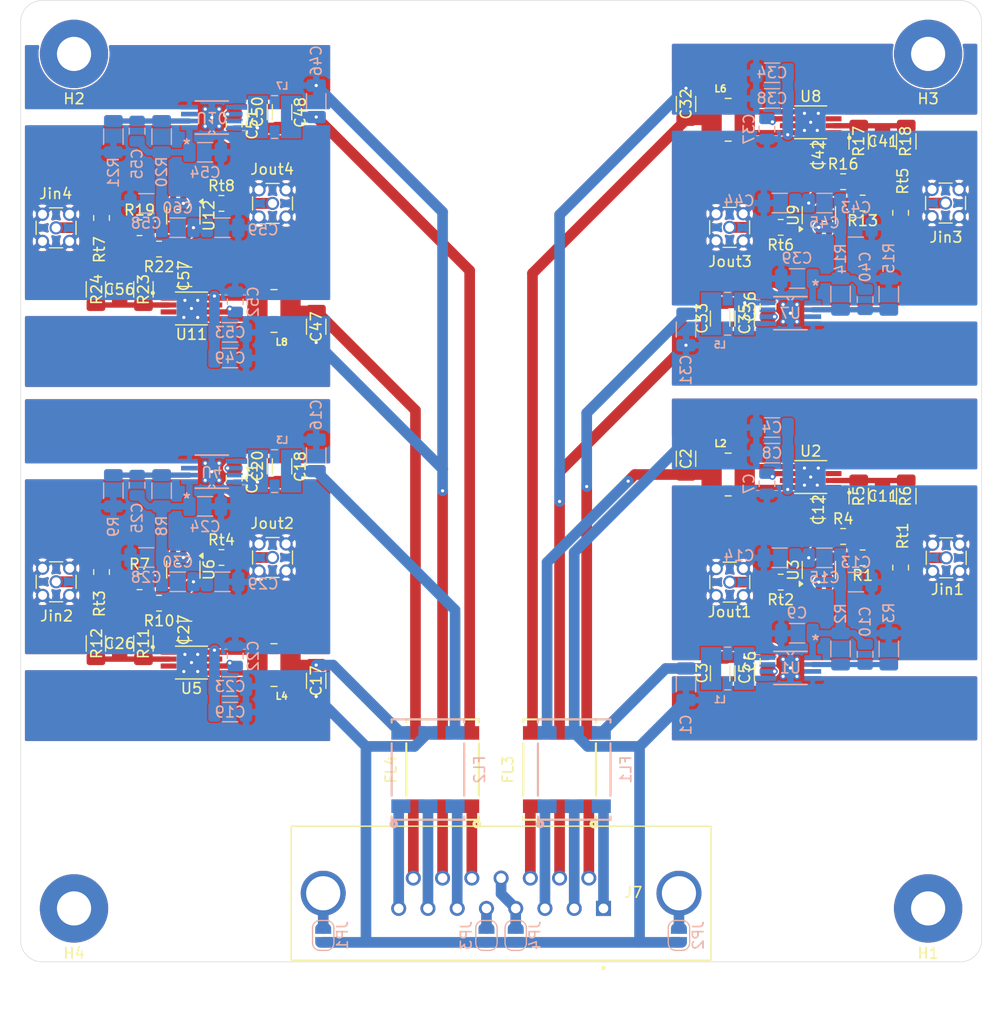
<source format=kicad_pcb>
(kicad_pcb (version 20241229) (generator "pcbnew") (generator_version "9.0")
  (layers (0 "F.Cu" signal) (2 "B.Cu" signal) (13 "F.Paste" user) (15 "B.Paste" user) (5 "F.SilkS" user "F.Silkscreen") (7 "B.SilkS" user "B.Silkscreen") (1 "F.Mask" user) (3 "B.Mask" user) (25 "Edge.Cuts" user))
  (net 0 "")
  (net 5 "GND")
  (net 6 "/-7A")
  (net 7 "/+7A")
  (net 8 "Net-(U1-EN)")
  (net 9 "Net-(U2-EN)")
  (net 10 "Net-(U1-NR{slash}SS)")
  (net 11 "Net-(U2-NR{slash}SS)")
  (net 12 "Net-(U1-OUT)")
  (net 13 "Net-(U1-FB)")
  (net 14 "Net-(U2-OUT)")
  (net 15 "Net-(U2-FB)")
  (net 16 "/-7B")
  (net 17 "/+7B")
  (net 18 "Net-(U4-EN)")
  (net 19 "Net-(U5-EN)")
  (net 20 "Net-(U4-NR{slash}SS)")
  (net 21 "Net-(U5-NR{slash}SS)")
  (net 22 "Net-(U4-OUT)")
  (net 23 "Net-(U4-FB)")
  (net 24 "Net-(U5-FB)")
  (net 25 "Net-(U5-OUT)")
  (net 26 "/-7C")
  (net 27 "/+7C")
  (net 28 "Net-(U7-EN)")
  (net 29 "Net-(U8-EN)")
  (net 30 "Net-(U7-NR{slash}SS)")
  (net 31 "Net-(U8-NR{slash}SS)")
  (net 32 "Net-(U7-OUT)")
  (net 33 "Net-(U7-FB)")
  (net 34 "Net-(U8-FB)")
  (net 35 "Net-(U8-OUT)")
  (net 36 "/-7D")
  (net 37 "/+7D")
  (net 38 "Net-(U10-EN)")
  (net 39 "Net-(U11-EN)")
  (net 40 "Net-(U10-NR{slash}SS)")
  (net 41 "Net-(U11-NR{slash}SS)")
  (net 42 "Net-(U10-OUT)")
  (net 43 "Net-(U10-FB)")
  (net 44 "Net-(U11-OUT)")
  (net 45 "Net-(U11-FB)")
  (net 46 "Net-(FL1-1)")
  (net 47 "Net-(FL1-5)")
  (net 48 "Net-(FL2-5)")
  (net 49 "Net-(FL2-1)")
  (net 50 "Net-(FL3-5)")
  (net 51 "Net-(FL3-1)")
  (net 52 "/offset module/preamp in")
  (net 53 "/offset module1/preamp in")
  (net 54 "/offset module2/preamp in")
  (net 55 "/offset module3/preamp in")
  (net 56 "/offset module/offset out")
  (net 57 "/offset module1/offset out")
  (net 58 "/offset module2/offset out")
  (net 59 "/offset module3/offset out")
  (net 60 "Net-(JP4-B)")
  (net 61 "Net-(JP3-B)")
  (net 62 "Net-(J7-SHIELD__1)")
  (net 63 "Net-(J7-SHIELD)")
  (net 64 "Net-(U3-IN)")
  (net 65 "Net-(U6-IN)")
  (net 66 "Net-(U9-IN)")
  (net 67 "Net-(U12-IN)")
  (net 88 "Net-(FL4-1)")
  (net 89 "Net-(FL4-5)")
  (net 90 "Net-(Rt2-Pad1)")
  (net 91 "Net-(Rt4-Pad1)")
  (net 92 "Net-(Rt6-Pad1)")
  (net 93 "Net-(Rt8-Pad1)")
  (net 94 "Net-(FL1-3)")
  (net 95 "Net-(FL2-3)")
  (net 96 "Net-(FL3-3)")
  (net 97 "Net-(FL4-3)")
  (footprint "Resistor_SMD:R_0805_2012Metric" (layer "F.Cu") (at 41.8105 72.145729)
    (property "Reference" "Rt4")
    (property "Value" "50")
  )
  (footprint "Resistor_SMD:R_0805_2012Metric" (layer "F.Cu") (at 105.42325 73.087499 -90)
    (property "Reference" "Rt1")
    (property "Value" "50")
  )
  (footprint "Resistor_SMD:R_0805_2012Metric" (layer "F.Cu") (at 105.42325 39.874997 -90)
    (property "Reference" "Rt5")
    (property "Value" "50")
  )
  (footprint "Capacitor_SMD:C_1206_3216Metric" (layer "F.Cu") (at 88.517 82.987502 90)
    (property "Reference" "C3")
    (property "Value" "low ESR 10u")
  )
  (footprint "Capacitor_SMD:C_1206_3216Metric" (layer "F.Cu") (at 90.817 49.774999 90)
    (property "Reference" "C35")
    (property "Value" "low ESR 2.2u")
  )
  (footprint "Library:IND_VLS4015CX-330M-H" (layer "F.Cu") (at 89.2705 64.377652)
    (property "Reference" "L2")
    (property "Value" "33u")
  )
  (footprint "Capacitor_SMD:C_0805_2012Metric" (layer "F.Cu") (at 103.725001 33.187498 90)
    (property "Reference" "C41")
    (property "Value" "10n")
  )
  (footprint "Connector_Coaxial:MMCX_Molex_73415-1471_Vertical" (layer "F.Cu") (at 26.323 74.420728 180)
    (property "Reference" "Jin2")
    (property "Value" "Conn_Coaxial")
  )
  (footprint "Resistor_SMD:R_1206_3216Metric" (layer "F.Cu") (at 105.95 66.4 -90)
    (property "Reference" "R6")
    (property "Value" "100k")
  )
  (footprint "Capacitor_SMD:C_0805_2012Metric" (layer "F.Cu") (at 103.725 66.4 90)
    (property "Reference" "C11")
    (property "Value" "10n")
  )
  (footprint "Resistor_SMD:R_1206_3216Metric" (layer "F.Cu") (at 30.05 80.195728 90)
    (property "Reference" "R12")
    (property "Value" "100k")
  )
  (footprint "Library:WE-SL3_744252XXX" (layer "F.Cu") (at 62.52 92 90)
    (property "Reference" "FL4")
    (property "Value" "Filter_EMI_LLL")
  )
  (footprint "Capacitor_SMD:C_0805_2012Metric" (layer "F.Cu") (at 32.275 80.195728 -90)
    (property "Reference" "C26")
    (property "Value" "10n")
  )
  (footprint "Connector_Coaxial:MMCX_Molex_73415-1471_Vertical" (layer "F.Cu") (at 26.3155 41.28207)
    (property "Reference" "Jin4")
    (property "Value" "Conn_Coaxial")
  )
  (footprint "Resistor_SMD:R_0805_2012Metric" (layer "F.Cu") (at 30.57675 40.357071 90)
    (property "Reference" "Rt7")
    (property "Value" "50")
  )
  (footprint "Library:AMPHENOL_LD15P24A4GV00LF" (layer "F.Cu") (at 68 103.58 180)
    (property "Reference" "J7")
    (property "Value" "LD15P24A4GV00LF")
  )
  (footprint "Library:IND_VLS4015CX-330M-H" (layer "F.Cu") (at 46.729499 49.066918 180)
    (property "Reference" "L8")
    (property "Value" "33u")
  )
  (footprint "Connector_Coaxial:MMCX_Molex_73415-1471_Vertical" (layer "F.Cu") (at 46.593 72.145728)
    (property "Reference" "Jout2")
    (property "Value" "Conn_Coaxial")
  )
  (footprint "Resistor_SMD:R_1206_3216Metric" (layer "F.Cu") (at 101.500001 33.187498 90)
    (property "Reference" "R17")
    (property "Value" "324k")
  )
  (footprint "Connector_Coaxial:MMCX_Molex_73415-1471_Vertical" (layer "F.Cu") (at 89.422 74.449999)
    (property "Reference" "Jout1")
    (property "Value" "Conn_Coaxial")
  )
  (footprint "Library:IND_VLS4015CX-330M-H" (layer "F.Cu") (at 89.270501 31.16515)
    (property "Reference" "L6")
    (property "Value" "33u")
  )
  (footprint "Capacitor_SMD:C_1206_3216Metric" (layer "F.Cu") (at 90.817 82.987502 90)
    (property "Reference" "C5")
    (property "Value" "low ESR 2.2u")
  )
  (footprint "Capacitor_SMD:C_1206_3216Metric" (layer "F.Cu") (at 47.483 30.457069 -90)
    (property "Reference" "C48")
    (property "Value" "low ESR 10u")
  )
  (footprint "Resistor_SMD:R_1206_3216Metric" (layer "F.Cu") (at 105.95 33.187498 -90)
    (property "Reference" "R18")
    (property "Value" "100k")
  )
  (footprint "Capacitor_SMD:C_1206_3216Metric" (layer "F.Cu") (at 38.325 79.018076 180)
    (property "Reference" "C27")
    (property "Value" "low ESR 2.2u")
  )
  (footprint "Capacitor_SMD:C_1206_3216Metric" (layer "F.Cu") (at 50.6795 50.541918 -90)
    (property "Reference" "C47")
    (property "Value" "200n")
  )
  (footprint "Connector_Coaxial:MMCX_Molex_73415-1471_Vertical" (layer "F.Cu") (at 89.407 41.237497 180)
    (property "Reference" "Jout3")
    (property "Value" "Conn_Coaxial")
  )
  (footprint "Capacitor_SMD:C_1206_3216Metric" (layer "F.Cu") (at 45.183 30.457069 -90)
    (property "Reference" "C50")
    (property "Value" "low ESR 2.2u")
  )
  (footprint "Resistor_SMD:R_0805_2012Metric" (layer "F.Cu") (at 100.0395 70.175)
    (property "Reference" "R4")
    (property "Value" "2k")
  )
  (footprint "Connector_Coaxial:MMCX_Molex_73415-1471_Vertical" (layer "F.Cu") (at 109.692 72.174999)
    (property "Reference" "Jin1")
    (property "Value" "Conn_Coaxial")
  )
  (footprint "Package_TO_SOT_SMD:SOT-23-5" (layer "F.Cu") (at 38.2355 40.132072 -90)
    (property "Reference" "U12")
    (property "Value" "BUF602xDBV")
  )
  (footprint "Resistor_SMD:R_1206_3216Metric" (layer "F.Cu") (at 34.499999 47.04457 -90)
    (property "Reference" "R23")
    (property "Value" "324k")
  )
  (footprint "Connector_Coaxial:MMCX_Molex_73415-1471_Vertical" (layer "F.Cu") (at 109.6345 38.962498 180)
    (property "Reference" "Jin3")
    (property "Value" "Conn_Coaxial")
  )
  (footprint "Resistor_SMD:R_0805_2012Metric" (layer "F.Cu") (at 101.8645 38.962498 180)
    (property "Reference" "R13")
    (property "Value" "1k")
  )
  (footprint "Capacitor_SMD:C_1206_3216Metric" (layer "F.Cu") (at 97.675001 34.36515)
    (property "Reference" "C42")
    (property "Value" "low ESR 2.2u")
  )
  (footprint "MountingHole:MountingHole_3.2mm_M3_Pad" (layer "F.Cu") (at 108 25 180)
    (property "Reference" "H3")
    (property "Value" "MountingHole_Pad")
  )
  (footprint "Capacitor_SMD:C_0805_2012Metric" (layer "F.Cu") (at 93.001001 81.862502 90)
    (property "Reference" "C6")
    (property "Value" "10n")
  )
  (footprint "Resistor_SMD:R_0805_2012Metric" (layer "F.Cu") (at 94.1895 74.449999 180)
    (property "Reference" "Rt2")
    (property "Value" "50")
  )
  (footprint "Resistor_SMD:R_0805_2012Metric" (layer "F.Cu") (at 35.9605 43.26957 180)
    (property "Reference" "R22")
    (property "Value" "2k")
  )
  (footprint "Resistor_SMD:R_0805_2012Metric" (layer "F.Cu") (at 30.57675 73.508229 90)
    (property "Reference" "Rt3")
    (property "Value" "50")
  )
  (footprint "Capacitor_SMD:C_0805_2012Metric" (layer "F.Cu") (at 93.001001 48.649999 90)
    (property "Reference" "C36")
    (property "Value" "10n")
  )
  (footprint "Capacitor_SMD:C_1206_3216Metric" (layer "F.Cu") (at 50.6795 83.693076 -90)
    (property "Reference" "C17")
    (property "Value" "200n")
  )
  (footprint "Capacitor_SMD:C_1206_3216Metric" (layer "F.Cu") (at 47.483 63.608226 -90)
    (property "Reference" "C18")
    (property "Value" "low ESR 10u")
  )
  (footprint "Library:IND_VLS4015CX-330M-H" (layer "F.Cu") (at 46.7295 82.218076 180)
    (property "Reference" "L4")
    (property "Value" "33u")
  )
  (footprint "Resistor_SMD:R_0805_2012Metric" (layer "F.Cu") (at 41.8105 38.994572)
    (property "Reference" "Rt8")
    (property "Value" "50")
  )
  (footprint "Capacitor_SMD:C_1206_3216Metric" (layer "F.Cu") (at 88.517 49.774999 90)
    (property "Reference" "C33")
    (property "Value" "low ESR 10u")
  )
  (footprint "Resistor_SMD:R_0805_2012Metric" (layer "F.Cu") (at 100.0395 36.962498)
    (property "Reference" "R16")
    (property "Value" "2k")
  )
  (footprint "Resistor_SMD:R_0805_2012Metric" (layer "F.Cu") (at 35.9605 76.420728 180)
    (property "Reference" "R10")
    (property "Value" "2k")
  )
  (footprint "Resistor_SMD:R_1206_3216Metric" (layer "F.Cu") (at 30.05 47.04457 90)
    (property "Reference" "R24")
    (property "Value" "100k")
  )
  (footprint "Library:SOP65P490X110-9N" (layer "F.Cu") (at 97 64.612501 180)
    (property "Reference" "U2")
    (property "Value" "plus TPS7A4901DGNT")
  )
  (footprint "Capacitor_SMD:C_1206_3216Metric" (layer "F.Cu") (at 38.324999 45.866918 180)
    (property "Reference" "C57")
    (property "Value" "low ESR 2.2u")
  )
  (footprint "Capacitor_SMD:C_0805_2012Metric" (layer "F.Cu") (at 32.274999 47.04457 -90)
    (property "Reference" "C56")
    (property "Value" "10n")
  )
  (footprint "Library:SOP65P490X110-9N" (layer "F.Cu") (at 97.000001 31.399999 180)
    (property "Reference" "U8")
    (property "Value" "plus TPS7A4901DGNT")
  )
  (footprint "Resistor_SMD:R_1206_3216Metric" (layer "F.Cu") (at 101.5 66.4 90)
    (property "Reference" "R5")
    (property "Value" "324k")
  )
  (footprint "Library:SOP65P490X110-9N" (layer "F.Cu") (at 38.999999 48.832069)
    (property "Reference" "U11")
    (property "Value" "plus TPS7A4901DGNT")
  )
  (footprint "Capacitor_SMD:C_0805_2012Metric" (layer "F.Cu") (at 42.998999 64.733226 -90)
    (property "Reference" "C21")
    (property "Value" "10n")
  )
  (footprint "Library:WE-SL3_744252XXX" (layer "F.Cu") (at 73.48 92 90)
    (property "Reference" "FL3")
    (property "Value" "Filter_EMI_LLL")
  )
  (footprint "Package_TO_SOT_SMD:SOT-23-5" (layer "F.Cu") (at 38.2355 73.283229 -90)
    (property "Reference" "U6")
    (property "Value" "BUF602xDBV")
  )
  (footprint "Capacitor_SMD:C_1206_3216Metric" (layer "F.Cu") (at 85.3205 29.69015 90)
    (property "Reference" "C32")
    (property "Value" "200n")
  )
  (footprint "MountingHole:MountingHole_3.2mm_M3_Pad" (layer "F.Cu") (at 108 105 180)
    (property "Reference" "H1")
    (property "Value" "MountingHole_Pad")
  )
  (footprint "Resistor_SMD:R_0805_2012Metric" (layer "F.Cu") (at 94.1895 41.237496 180)
    (property "Reference" "Rt6")
    (property "Value" "50")
  )
  (footprint "Resistor_SMD:R_0805_2012Metric" (layer "F.Cu") (at 34.1355 74.420728)
    (property "Reference" "R7")
    (property "Value" "1k")
  )
  (footprint "Package_TO_SOT_SMD:SOT-23-5" (layer "F.Cu") (at 97.7645 73.312499 90)
    (property "Reference" "U3")
    (property "Value" "BUF602xDBV")
  )
  (footprint "MountingHole:MountingHole_3.2mm_M3_Pad" (layer "F.Cu") (at 28 25 180)
    (property "Reference" "H2")
    (property "Value" "MountingHole_Pad")
  )
  (footprint "Capacitor_SMD:C_1206_3216Metric" (layer "F.Cu") (at 45.183 63.608226 -90)
    (property "Reference" "C20")
    (property "Value" "low ESR 2.2u")
  )
  (footprint "Capacitor_SMD:C_0805_2012Metric" (layer "F.Cu") (at 42.998999 31.582069 -90)
    (property "Reference" "C51")
    (property "Value" "10n")
  )
  (footprint "Package_TO_SOT_SMD:SOT-23-5" (layer "F.Cu") (at 97.7645 40.099996 90)
    (property "Reference" "U9")
    (property "Value" "BUF602xDBV")
  )
  (footprint "Capacitor_SMD:C_1206_3216Metric" (layer "F.Cu") (at 97.675 67.577652)
    (property "Reference" "C12")
    (property "Value" "low ESR 2.2u")
  )
  (footprint "Resistor_SMD:R_1206_3216Metric" (layer "F.Cu") (at 34.5 80.195728 -90)
    (property "Reference" "R11")
    (property "Value" "324k")
  )
  (footprint "Capacitor_SMD:C_1206_3216Metric" (layer "F.Cu") (at 85.3205 62.902652 90)
    (property "Reference" "C2")
    (property "Value" "200n")
  )
  (footprint "Resistor_SMD:R_0805_2012Metric" (layer "F.Cu") (at 34.1355 41.26957)
    (property "Reference" "R19")
    (property "Value" "1k")
  )
  (footprint "Connector_Coaxial:MMCX_Molex_73415-1471_Vertical" (layer "F.Cu") (at 46.593 38.994571)
    (property "Reference" "Jout4")
    (property "Value" "Conn_Coaxial")
  )
  (footprint "MountingHole:MountingHole_3.2mm_M3_Pad" (layer "F.Cu") (at 28 105 180)
    (property "Reference" "H4")
    (property "Value" "MountingHole_Pad")
  )
  (footprint "Resistor_SMD:R_0805_2012Metric" (layer "F.Cu") (at 101.8645 72.175 180)
    (property "Reference" "R1")
    (property "Value" "1k")
  )
  (footprint "Library:SOP65P490X110-9N" (layer "F.Cu") (at 39 81.983227)
    (property "Reference" "U5")
    (property "Value" "plus TPS7A4901DGNT")
  )
  (footprint "Jumper:SolderJumper-2_P1.3mm_Open_RoundedPad1.0x1.5mm" (layer "B.Cu") (at 51.34 107.53 90)
    (property "Reference" "JP1")
    (property "Value" "SolderJumper_2_Open")
  )
  (footprint "Resistor_SMD:R_1206_3216Metric" (layer "B.Cu") (at 31.683 65.895728 -90)
    (property "Reference" "R9")
    (property "Value" "100k")
  )
  (footprint "Library:IND_VLS4015CX-330M-H" (layer "B.Cu") (at 89.217 49.324998)
    (property "Reference" "L5")
    (property "Value" "33u")
  )
  (footprint "Capacitor_SMD:C_1206_3216Metric" (layer "B.Cu") (at 50.683 62.583227 90)
    (property "Reference" "C16")
    (property "Value" "200n")
  )
  (footprint "Capacitor_SMD:C_1206_3216Metric" (layer "B.Cu") (at 41.9105 74.420728 180)
    (property "Reference" "C29")
    (property "Value" "0.1u")
  )
  (footprint "Capacitor_SMD:C_1206_3216Metric" (layer "B.Cu") (at 37.7105 41.26957 180)
    (property "Reference" "C60")
    (property "Value" "0.01u")
  )
  (footprint "Capacitor_SMD:C_1206_3216Metric" (layer "B.Cu") (at 98.2895 38.962498)
    (property "Reference" "C45")
    (property "Value" "0.01u")
  )
  (footprint "Capacitor_SMD:C_1206_3216Metric" (layer "B.Cu") (at 101.2395 41.237497 180)
    (property "Reference" "C43")
    (property "Value" "0.1u")
  )
  (footprint "Capacitor_SMD:C_0805_2012Metric" (layer "B.Cu") (at 43.1 81.358228 90)
    (property "Reference" "C22")
    (property "Value" "10n")
  )
  (footprint "Library:WE-SL3_744252XXX" (layer "B.Cu") (at 61.15 92 90)
    (property "Reference" "FL2")
    (property "Value" "Filter_EMI_LLL")
  )
  (footprint "Library:WE-SL3_744252XXX" (layer "B.Cu") (at 74.85 92 90)
    (property "Reference" "FL1")
    (property "Value" "Filter_EMI_LLL")
  )
  (footprint "Capacitor_SMD:C_1206_3216Metric" (layer "B.Cu") (at 40.283 67.358228 180)
    (property "Reference" "C24")
    (property "Value" "low ESR 2.2u")
  )
  (footprint "Capacitor_SMD:C_1206_3216Metric" (layer "B.Cu") (at 101.2395 74.45 180)
    (property "Reference" "C13")
    (property "Value" "0.1u")
  )
  (footprint "Capacitor_SMD:C_1206_3216Metric" (layer "B.Cu") (at 98.2895 72.175)
    (property "Reference" "C15")
    (property "Value" "0.01u")
  )
  (footprint "Resistor_SMD:R_1206_3216Metric" (layer "B.Cu") (at 36.2035 65.895728 90)
    (property "Reference" "R8")
    (property "Value" "324k")
  )
  (footprint "Capacitor_SMD:C_1206_3216Metric" (layer "B.Cu") (at 95.717 46.024997)
    (property "Reference" "C39")
    (property "Value" "low ESR 2.2u")
  )
  (footprint "Capacitor_SMD:C_1206_3216Metric" (layer "B.Cu") (at 93.375001 29.16515)
    (property "Reference" "C38")
    (property "Value" "low ESR 2.2u")
  )
  (footprint "Capacitor_SMD:C_1206_3216Metric" (layer "B.Cu") (at 37.7105 74.420728 180)
    (property "Reference" "C30")
    (property "Value" "0.01u")
  )
  (footprint "Library:DGN8_1P89X1P57" (layer "B.Cu") (at 95.0965 82.487501 180)
    (property "Reference" "U1")
    (property "Value" "minus TPS7A3001MDGNTEP")
  )
  (footprint "Capacitor_SMD:C_1206_3216Metric" (layer "B.Cu") (at 42.624999 51.066918 180)
    (property "Reference" "C53")
    (property "Value" "low ESR 2.2u")
  )
  (footprint "Resistor_SMD:R_1206_3216Metric" (layer "B.Cu") (at 99.7965 47.487497 -90)
    (property "Reference" "R14")
    (property "Value" "324k")
  )
  (footprint "Capacitor_SMD:C_1206_3216Metric" (layer "B.Cu") (at 93.375 62.377652)
    (property "Reference" "C8")
    (property "Value" "low ESR 2.2u")
  )
  (footprint "Library:DGN8_1P89X1P57" (layer "B.Cu") (at 40.9035 30.95707)
    (property "Reference" "U10")
    (property "Value" "minus TPS7A3001MDGNTEP")
  )
  (footprint "Capacitor_SMD:C_0805_2012Metric" (layer "B.Cu") (at 102.0965 81.2125 -90)
    (property "Reference" "C10")
    (property "Value" "10n")
  )
  (footprint "Capacitor_SMD:C_0805_2012Metric" (layer "B.Cu") (at 92.9 65.2375 -90)
    (property "Reference" "C7")
    (property "Value" "10n")
  )
  (footprint "Capacitor_SMD:C_1206_3216Metric" (layer "B.Cu") (at 93.375001 26.76515)
    (property "Reference" "C34")
    (property "Value" "low ESR 10u")
  )
  (footprint "Library:IND_VLS4015CX-330M-H" (layer "B.Cu") (at 89.217 82.537501)
    (property "Reference" "L1")
    (property "Value" "33u")
  )
  (footprint "Library:DGN8_1P89X1P57" (layer "B.Cu") (at 40.9035 64.108227)
    (property "Reference" "U4")
    (property "Value" "minus TPS7A3001MDGNTEP")
  )
  (footprint "Capacitor_SMD:C_1206_3216Metric" (layer "B.Cu") (at 40.283 34.207071 180)
    (property "Reference" "C54")
    (property "Value" "low ESR 2.2u")
  )
  (footprint "Capacitor_SMD:C_1206_3216Metric" (layer "B.Cu") (at 42.624999 53.466918 180)
    (property "Reference" "C49")
    (property "Value" "low ESR 10u")
  )
  (footprint "Resistor_SMD:R_1206_3216Metric" (layer "B.Cu") (at 99.7965 80.7 -90)
    (property "Reference" "R2")
    (property "Value" "324k")
  )
  (footprint "Library:IND_VLS4015CX-330M-H" (layer "B.Cu") (at 46.783 30.90707 180)
    (property "Reference" "L7")
    (property "Value" "33u")
  )
  (footprint "Capacitor_SMD:C_1206_3216Metric" (layer "B.Cu") (at 34.7605 38.994571)
    (property "Reference" "C58")
    (property "Value" "0.1u")
  )
  (footprint "Capacitor_SMD:C_1206_3216Metric" (layer "B.Cu") (at 93.375 59.977652)
    (property "Reference" "C4")
    (property "Value" "low ESR 10u")
  )
  (footprint "Jumper:SolderJumper-2_P1.3mm_Open_RoundedPad1.0x1.5mm" (layer "B.Cu") (at 69.37 107.53 90)
    (property "Reference" "JP4")
    (property "Value" "SolderJumper_2_Open")
  )
  (footprint "Capacitor_SMD:C_0805_2012Metric" (layer "B.Cu") (at 33.9035 65.383228 90)
    (property "Reference" "C25")
    (property "Value" "10n")
  )
  (footprint "Capacitor_SMD:C_1206_3216Metric" (layer "B.Cu") (at 50.683 29.43207 90)
    (property "Reference" "C46")
    (property "Value" "200n")
  )
  (footprint "Capacitor_SMD:C_1206_3216Metric" (layer "B.Cu") (at 94.0895 72.175)
    (property "Reference" "C14")
    (property "Value" "0.1u")
  )
  (footprint "Resistor_SMD:R_1206_3216Metric" (layer "B.Cu") (at 104.317 47.487498 90)
    (property "Reference" "R15")
    (property "Value" "100k")
  )
  (footprint "Capacitor_SMD:C_1206_3216Metric" (layer "B.Cu") (at 85.317 84.012501 -90)
    (property "Reference" "C1")
    (property "Value" "200n")
  )
  (footprint "Capacitor_SMD:C_0805_2012Metric" (layer "B.Cu") (at 102.0965 47.999998 -90)
    (property "Reference" "C40")
    (property "Value" "10n")
  )
  (footprint "Capacitor_SMD:C_1206_3216Metric" (layer "B.Cu") (at 94.0895 38.962498)
    (property "Reference" "C44")
    (property "Value" "0.1u")
  )
  (footprint "Library:IND_VLS4015CX-330M-H" (layer "B.Cu") (at 46.783 64.058227 180)
    (property "Reference" "L3")
    (property "Value" "33u")
  )
  (footprint "Capacitor_SMD:C_0805_2012Metric" (layer "B.Cu") (at 43.099999 48.20707 90)
    (property "Reference" "C52")
    (property "Value" "10n")
  )
  (footprint "Capacitor_SMD:C_0805_2012Metric" (layer "B.Cu") (at 33.9035 32.23207 90)
    (property "Reference" "C55")
    (property "Value" "10n")
  )
  (footprint "Capacitor_SMD:C_1206_3216Metric" (layer "B.Cu") (at 42.625 86.618076 180)
    (property "Reference" "C19")
    (property "Value" "low ESR 10u")
  )
  (footprint "Resistor_SMD:R_1206_3216Metric" (layer "B.Cu") (at 36.2035 32.744571 90)
    (property "Reference" "R20")
    (property "Value" "324k")
  )
  (footprint "Capacitor_SMD:C_1206_3216Metric" (layer "B.Cu") (at 85.317 50.799998 -90)
    (property "Reference" "C31")
    (property "Value" "200n")
  )
  (footprint "Resistor_SMD:R_1206_3216Metric" (layer "B.Cu") (at 104.317 80.7 90)
    (property "Reference" "R3")
    (property "Value" "100k")
  )
  (footprint "Library:DGN8_1P89X1P57" (layer "B.Cu") (at 95.0965 49.274998 180)
    (property "Reference" "U7")
    (property "Value" "minus TPS7A3001MDGNTEP")
  )
  (footprint "Capacitor_SMD:C_1206_3216Metric" (layer "B.Cu") (at 42.625 84.218076 180)
    (property "Reference" "C23")
    (property "Value" "low ESR 2.2u")
  )
  (footprint "Capacitor_SMD:C_0805_2012Metric" (layer "B.Cu") (at 92.900001 32.024998 -90)
    (property "Reference" "C37")
    (property "Value" "10n")
  )
  (footprint "Capacitor_SMD:C_1206_3216Metric" (layer "B.Cu") (at 41.9105 41.26957 180)
    (property "Reference" "C59")
    (property "Value" "0.1u")
  )
  (footprint "Capacitor_SMD:C_1206_3216Metric" (layer "B.Cu") (at 95.717 79.2375)
    (property "Reference" "C9")
    (property "Value" "low ESR 2.2u")
  )
  (footprint "Resistor_SMD:R_1206_3216Metric" (layer "B.Cu") (at 31.683 32.74457 -90)
    (property "Reference" "R21")
    (property "Value" "100k")
  )
  (footprint "Jumper:SolderJumper-2_P1.3mm_Open_RoundedPad1.0x1.5mm" (layer "B.Cu") (at 84.66 107.53 90)
    (property "Reference" "JP2")
    (property "Value" "SolderJumper_2_Open")
  )
  (footprint "Capacitor_SMD:C_1206_3216Metric" (layer "B.Cu") (at 34.7605 72.145728)
    (property "Reference" "C28")
    (property "Value" "0.1u")
  )
  (footprint "Jumper:SolderJumper-2_P1.3mm_Open_RoundedPad1.0x1.5mm" (layer "B.Cu") (at 66.63 107.53 90)
    (property "Reference" "JP3")
    (property "Value" "SolderJumper_2_Open")
  )
  (gr_line (start 25 20) (end 111 20) (stroke (width 0.05)) (layer "Edge.Cuts"))
  (gr_arc (start 111 20) (mid 112.414214 20.585786) (end 113 22) (stroke (width 0.05)) (layer "Edge.Cuts"))
  (gr_arc (start 113 108) (mid 112.414214 109.414214) (end 111 110) (stroke (width 0.05)) (layer "Edge.Cuts"))
  (gr_line (start 23 108) (end 23 22) (stroke (width 0.05)) (layer "Edge.Cuts"))
  (gr_line (start 111 110) (end 25 110) (stroke (width 0.05)) (layer "Edge.Cuts"))
  (gr_arc (start 23 22) (mid 23.585786 20.585786) (end 25 20) (stroke (width 0.05)) (layer "Edge.Cuts"))
  (gr_arc (start 25 110) (mid 23.585786 109.414214) (end 23 108) (stroke (width 0.05)) (layer "Edge.Cuts"))
  (gr_line (start 113 22) (end 113 108) (stroke (width 0.05)) (layer "Edge.Cuts"))
  (segment (start 73.48 88.57) (end 73.48 66.9) (width 1) (layer "F.Cu") (net 5))
  (segment (start 73.48 66.9) (end 73.48 64.111998) (width 1) (layer "F.Cu") (net 5))
  (segment (start 62.52 88.57) (end 62.52 65.9) (width 1) (layer "F.Cu") (net 5))
  (segment (start 73.48 64.111998) (end 85.317 52.274998) (width 1) (layer "F.Cu") (net 5))
  (via (at 95.7145 81.675) (size 0.6) (drill 0.3) (layers "F.Cu" "B.Cu") (net 5))
  (via (at 39.5855 82.820728) (size 0.6) (drill 0.3) (layers "F.Cu" "B.Cu") (net 5))
  (via (at 95.0965 82.487501) (size 0.6) (drill 0.3) (layers "F.Cu" "B.Cu") (net 5))
  (via (at 38.3855 81.220728) (size 0.6) (drill 0.3) (layers "F.Cu" "B.Cu") (net 5))
  (via (at 41.5855 31.76957) (size 0.6) (drill 0.3) (layers "F.Cu" "B.Cu") (net 5))
  (via (at 40.2855 31.76957) (size 0.6) (drill 0.3) (layers "F.Cu" "B.Cu") (net 5))
  (via (at 40.9035 30.957069) (size 0.6) (drill 0.3) (layers "F.Cu" "B.Cu") (net 5))
  (via (at 38.3855 48.06957) (size 0.6) (drill 0.3) (layers "F.Cu" "B.Cu") (net 5))
  (via (at 95.7145 83.275) (size 0.6) (drill 0.3) (layers "F.Cu" "B.Cu") (net 5))
  (via (at 95.0965 49.274999) (size 0.6) (drill 0.3) (layers "F.Cu" "B.Cu") (net 5))
  (via (at 94.4145 50.062498) (size 0.6) (drill 0.3) (layers "F.Cu" "B.Cu") (net 5))
  (via (at 97 64.612501) (size 0.6) (drill 0.3) (layers "F.Cu" "B.Cu") (net 5))
  (via (at 96.4145 65.375) (size 0.6) (drill 0.3) (layers "F.Cu" "B.Cu") (net 5))
  (via (at 96.4145 63.775) (size 0.6) (drill 0.3) (layers "F.Cu" "B.Cu") (net 5))
  (via (at 94.4145 48.462498) (size 0.6) (drill 0.3) (layers "F.Cu" "B.Cu") (net 5))
  (via (at 85.317 52.274998) (size 0.6) (drill 0.3) (layers "F.Cu" "B.Cu") (net 5))
  (via (at 40.2855 64.920728) (size 0.6) (drill 0.3) (layers "F.Cu" "B.Cu") (net 5))
  (via (at 39.5855 81.220728) (size 0.6) (drill 0.3) (layers "F.Cu" "B.Cu") (net 5))
  (via (at 39.5855 49.66957) (size 0.6) (drill 0.3) (layers "F.Cu" "B.Cu") (net 5))
  (via (at 94.4145 81.675) (size 0.6) (drill 0.3) (layers "F.Cu" "B.Cu") (net 5))
  (via (at 50.6795 52.016918) (size 0.6) (drill 0.3) (layers "F.Cu" "B.Cu") (net 5))
  (via (at 96.4145 32.162498) (size 0.6) (drill 0.3) (layers "F.Cu" "B.Cu") (net 5))
  (via (at 41.5855 64.920728) (size 0.6) (drill 0.3) (layers "F.Cu" "B.Cu") (net 5))
  (via (at 94.4145 83.275) (size 0.6) (drill 0.3) (layers "F.Cu" "B.Cu") (net 5))
  (via (at 38.2855 49.66957) (size 0.6) (drill 0.3) (layers "F.Cu" "B.Cu") (net 5))
  (via (at 39.5855 48.06957) (size 0.6) (drill 0.3) (layers "F.Cu" "B.Cu") (net 5))
  (via (at 40.2855 63.320728) (size 0.6) (drill 0.3) (layers "F.Cu" "B.Cu") (net 5))
  (via (at 97.6145 32.162498) (size 0.6) (drill 0.3) (layers "F.Cu" "B.Cu") (net 5))
  (via (at 40.2855 30.16957) (size 0.6) (drill 0.3) (layers "F.Cu" "B.Cu") (net 5))
  (via (at 73.48 66.9) (size 0.6) (drill 0.3) (layers "F.Cu" "B.Cu") (net 5))
  (via (at 41.5855 30.16957) (size 0.6) (drill 0.3) (layers "F.Cu" "B.Cu") (net 5))
  (via (at 97.7145 30.562498) (size 0.6) (drill 0.3) (layers "F.Cu" "B.Cu") (net 5))
  (via (at 62.52 65.9) (size 0.6) (drill 0.3) (layers "F.Cu" "B.Cu") (net 5))
  (via (at 96.4145 30.562498) (size 0.6) (drill 0.3) (layers "F.Cu" "B.Cu") (net 5))
  (via (at 97 31.399999) (size 0.6) (drill 0.3) (layers "F.Cu" "B.Cu") (net 5))
  (via (at 39 81.983227) (size 0.6) (drill 0.3) (layers "F.Cu" "B.Cu") (net 5))
  (via (at 95.7145 48.462498) (size 0.6) (drill 0.3) (layers "F.Cu" "B.Cu") (net 5))
  (via (at 40.9035 64.108227) (size 0.6) (drill 0.3) (layers "F.Cu" "B.Cu") (net 5))
  (via (at 50.683 27.95707) (size 0.6) (drill 0.3) (layers "F.Cu" "B.Cu") (net 5))
  (via (at 97.7145 63.775) (size 0.6) (drill 0.3) (layers "F.Cu" "B.Cu") (net 5))
  (via (at 50.6795 85.168076) (size 0.6) (drill 0.3) (layers "F.Cu" "B.Cu") (net 5))
  (via (at 41.5855 63.320728) (size 0.6) (drill 0.3) (layers "F.Cu" "B.Cu") (net 5))
  (via (at 97.6145 65.375) (size 0.6) (drill 0.3) (layers "F.Cu" "B.Cu") (net 5))
  (via (at 39 48.832069) (size 0.6) (drill 0.3) (layers "F.Cu" "B.Cu") (net 5))
  (via (at 95.7145 50.062498) (size 0.6) (drill 0.3) (layers "F.Cu" "B.Cu") (net 5))
  (via (at 85.3205 28.21515) (size 0.6) (drill 0.3) (layers "F.Cu" "B.Cu") (net 5))
  (via (at 38.2855 82.820728) (size 0.6) (drill 0.3) (layers "F.Cu" "B.Cu") (net 5))
  (segment (start 85.317 85.487501) (end 80.971501 89.833) (width 1) (layer "B.Cu") (net 5))
  (segment (start 55.344424 108.135576) (end 55.3 108.18) (width 1) (layer "B.Cu") (net 5))
  (segment (start 61.15 88.57) (end 59.887 89.833) (width 1) (layer "B.Cu") (net 5))
  (segment (start 59.887 89.833) (end 55.344424 89.833) (width 1) (layer "B.Cu") (net 5))
  (segment (start 80.971501 89.833) (end 80.971501 108.108499) (width 1) (layer "B.Cu") (net 5))
  (segment (start 80.971501 89.833) (end 76.113 89.833) (width 1) (layer "B.Cu") (net 5))
  (segment (start 50.6795 52.016918) (end 62.52 63.857418) (width 1) (layer "B.Cu") (net 5))
  (segment (start 62.52 63.857418) (end 62.52 65.9) (width 1) (layer "B.Cu") (net 5))
  (segment (start 84.66 108.18) (end 80.9 108.18) (width 1) (layer "B.Cu") (net 5))
  (segment (start 80.971501 108.108499) (end 80.9 108.18) (width 1) (layer "B.Cu") (net 5))
  (segment (start 50.696418 52) (end 50.6795 52.016918) (width 1) (layer "B.Cu") (net 5))
  (segment (start 73.48 40.05565) (end 73.48 66.9) (width 1) (layer "B.Cu") (net 5))
  (segment (start 55.3 108.18) (end 80.9 108.18) (width 1) (layer "B.Cu") (net 5))
  (segment (start 76.113 89.833) (end 74.85 88.57) (width 1) (layer "B.Cu") (net 5))
  (segment (start 74.85 71.65) (end 85.2 61.3) (width 1) (layer "B.Cu") (net 5))
  (segment (start 85.3205 28.21515) (end 73.48 40.05565) (width 1) (layer "B.Cu") (net 5))
  (segment (start 74.85 88.57) (end 74.85 71.65) (width 1) (layer "B.Cu") (net 5))
  (segment (start 62.52 63.857418) (end 62.52 39.79407) (width 1) (layer "B.Cu") (net 5))
  (segment (start 55.344424 89.833) (end 55.344424 108.135576) (width 1) (layer "B.Cu") (net 5))
  (segment (start 51.34 108.18) (end 55.3 108.18) (width 1) (layer "B.Cu") (net 5))
  (segment (start 55.344424 89.833) (end 50.6795 85.168076) (width 1) (layer "B.Cu") (net 5))
  (segment (start 62.52 39.79407) (end 50.683 27.95707) (width 1) (layer "B.Cu") (net 5))
  (segment (start 87.667 82.537501) (end 83.422499 82.537501) (width 1) (layer "B.Cu") (net 6))
  (segment (start 83.422499 82.537501) (end 77.39 88.57) (width 1) (layer "B.Cu") (net 6))
  (segment (start 87.7205 64.377652) (end 85.3205 64.377652) (width 1) (layer "F.Cu") (net 7))
  (segment (start 80.527116 64.377652) (end 79.902384 65.002384) (width 1) (layer "F.Cu") (net 7))
  (segment (start 85.3205 64.377652) (end 80.527116 64.377652) (width 1) (layer "F.Cu") (net 7))
  (via (at 79.902384 65.002384) (size 0.6) (drill 0.3) (layers "F.Cu" "B.Cu") (net 7))
  (segment (start 72.31 72.594768) (end 79.902384 65.002384) (width 1) (layer "B.Cu") (net 7))
  (segment (start 72.31 88.57) (end 72.31 72.594768) (width 1) (layer "B.Cu") (net 7))
  (segment (start 90.817 81.512502) (end 88.517 81.512502) (width 1) (layer "F.Cu") (net 8))
  (via (at 90.817 81.512502) (size 0.6) (drill 0.3) (layers "F.Cu" "B.Cu") (net 8))
  (segment (start 93.001 83.4625) (end 91.691999 83.4625) (width 0.5) (layer "B.Cu") (net 8))
  (segment (start 93.001 81.512502) (end 90.942 81.512502) (width 0.5) (layer "B.Cu") (net 8))
  (segment (start 91.560651 63.637501) (end 90.8205 64.377652) (width 0.5) (layer "F.Cu") (net 9))
  (segment (start 90.442 65.587501) (end 94.85 65.587501) (width 0.5) (layer "F.Cu") (net 9))
  (segment (start 94.85 63.637501) (end 91.560651 63.637501) (width 0.5) (layer "F.Cu") (net 9))
  (via (at 94.85 65.775) (size 0.6) (drill 0.3) (layers "F.Cu" "B.Cu") (net 9))
  (segment (start 94.85 65.775) (end 94.85 59.977652) (width 1) (layer "B.Cu") (net 9))
  (via (at 93.6145 82.812502) (size 0.6) (drill 0.3) (layers "F.Cu" "B.Cu") (net 10))
  (segment (start 93.701999 64.287501) (end 94.85 64.287501) (width 0.5) (layer "F.Cu") (net 11))
  (segment (start 93.4145 64.575) (end 93.701999 64.287501) (width 0.5) (layer "F.Cu") (net 11))
  (via (at 93.4145 64.575) (size 0.6) (drill 0.3) (layers "F.Cu" "B.Cu") (net 11))
  (via (at 97.7645 74.45) (size 0.6) (drill 0.3) (layers "F.Cu" "B.Cu") (net 12))
  (segment (start 99.7645 73.875) (end 99.7645 74.225) (width 1) (layer "B.Cu") (net 12))
  (segment (start 99.5395 74.45) (end 97.7645 74.45) (width 1) (layer "B.Cu") (net 12))
  (segment (start 99.7645 72.175) (end 99.7645 73.875) (width 1) (layer "B.Cu") (net 12))
  (segment (start 101.0715 79.2375) (end 102.0965 80.2625) (width 0.6) (layer "B.Cu") (net 12))
  (segment (start 99.7965 79.2375) (end 99.7965 74.482) (width 1) (layer "B.Cu") (net 12))
  (segment (start 99.7965 79.2375) (end 101.0715 79.2375) (width 0.6) (layer "B.Cu") (net 12))
  (segment (start 99.7645 74.225) (end 99.5395 74.45) (width 1) (layer "B.Cu") (net 12))
  (segment (start 97.317 79.2375) (end 99.7965 79.2375) (width 0.6) (layer "B.Cu") (net 12))
  (segment (start 97.192 81.275) (end 97.192 79.3625) (width 0.6) (layer "B.Cu") (net 12))
  (segment (start 97.192 82.1625) (end 104.317 82.1625) (width 0.5) (layer "B.Cu") (net 13))
  (segment (start 98.8145 70.175) (end 99.127 70.175) (width 1) (layer "F.Cu") (net 14))
  (segment (start 96.8145 72.175) (end 98.8145 70.175) (width 1) (layer "F.Cu") (net 14))
  (segment (start 99.127 70.175) (end 99.127 67.600652) (width 1) (layer "F.Cu") (net 14))
  (segment (start 103.725 67.35) (end 99.377652 67.35) (width 1) (layer "F.Cu") (net 14))
  (segment (start 99.15 67.577652) (end 99.15 66.075) (width 1) (layer "F.Cu") (net 14))
  (via (at 96.8145 72.175) (size 0.6) (drill 0.3) (layers "F.Cu" "B.Cu") (net 14))
  (segment (start 95.5645 72.175) (end 96.8145 72.175) (width 1) (layer "B.Cu") (net 14))
  (segment (start 105.95 64.9375) (end 99.15 64.937501) (width 0.5) (layer "F.Cu") (net 15))
  (segment (start 63.69 77.065227) (end 50.683 64.058227) (width 1) (layer "B.Cu") (net 16))
  (segment (start 50.683 64.058227) (end 48.333 64.058227) (width 1) (layer "B.Cu") (net 16))
  (segment (start 63.69 88.57) (end 63.69 77.065227) (width 1) (layer "B.Cu") (net 16))
  (segment (start 48.2795 82.218076) (end 50.6795 82.218076) (width 1) (layer "F.Cu") (net 17))
  (via (at 50.6795 82.218076) (size 0.6) (drill 0.3) (layers "F.Cu" "B.Cu") (net 17))
  (segment (start 52.258076 82.218076) (end 50.6795 82.218076) (width 1) (layer "B.Cu") (net 17))
  (segment (start 58.61 88.57) (end 52.258076 82.218076) (width 1) (layer "B.Cu") (net 17))
  (segment (start 45.183 65.083226) (end 47.483 65.083226) (width 1) (layer "F.Cu") (net 18))
  (via (at 45.183 65.083226) (size 0.6) (drill 0.3) (layers "F.Cu" "B.Cu") (net 18))
  (segment (start 42.999 65.083226) (end 45.058 65.083226) (width 0.5) (layer "B.Cu") (net 18))
  (segment (start 42.999 63.133228) (end 44.308001 63.133228) (width 0.5) (layer "B.Cu") (net 18))
  (segment (start 44.439349 82.958227) (end 45.1795 82.218076) (width 0.5) (layer "F.Cu") (net 19))
  (segment (start 45.558 81.008227) (end 41.15 81.008227) (width 0.5) (layer "F.Cu") (net 19))
  (segment (start 41.15 82.958227) (end 44.439349 82.958227) (width 0.5) (layer "F.Cu") (net 19))
  (via (at 41.15 80.820728) (size 0.6) (drill 0.3) (layers "F.Cu" "B.Cu") (net 19))
  (segment (start 41.15 80.820728) (end 41.15 86.618076) (width 1) (layer "B.Cu") (net 19))
  (via (at 42.3855 63.783226) (size 0.6) (drill 0.3) (layers "F.Cu" "B.Cu") (net 20))
  (segment (start 42.5855 82.020728) (end 42.298001 82.308227) (width 0.5) (layer "F.Cu") (net 21))
  (segment (start 42.298001 82.308227) (end 41.15 82.308227) (width 0.5) (layer "F.Cu") (net 21))
  (via (at 42.5855 82.020728) (size 0.6) (drill 0.3) (layers "F.Cu" "B.Cu") (net 21))
  (via (at 38.2355 72.145727) (size 0.6) (drill 0.3) (layers "F.Cu" "B.Cu") (net 22))
  (segment (start 38.808 65.320728) (end 38.808 67.233228) (width 0.6) (layer "B.Cu") (net 22))
  (segment (start 36.2355 72.370727) (end 36.4605 72.145727) (width 1) (layer "B.Cu") (net 22))
  (segment (start 36.2355 74.420728) (end 36.2355 72.720728) (width 1) (layer "B.Cu") (net 22))
  (segment (start 36.2035 67.358228) (end 34.9285 67.358228) (width 0.6) (layer "B.Cu") (net 22))
  (segment (start 36.2035 67.358228) (end 36.2035 72.113728) (width 1) (layer "B.Cu") (net 22))
  (segment (start 38.683 67.358228) (end 36.2035 67.358228) (width 0.6) (layer "B.Cu") (net 22))
  (segment (start 36.2355 74.420728) (end 36.2355 72.370728) (width 1) (layer "B.Cu") (net 22))
  (segment (start 36.4605 72.145727) (end 38.2355 72.145727) (width 1) (layer "B.Cu") (net 22))
  (segment (start 36.2355 74.420727) (end 36.2355 72.370727) (width 1) (layer "B.Cu") (net 22))
  (segment (start 36.2355 72.370728) (end 36.4605 72.145728) (width 1) (layer "B.Cu") (net 22))
  (segment (start 36.2355 72.720728) (end 36.2355 72.370728) (width 1) (layer "B.Cu") (net 22))
  (segment (start 36.4605 72.145728) (end 38.2355 72.145728) (width 1) (layer "B.Cu") (net 22))
  (segment (start 34.9285 67.358228) (end 33.9035 66.333228) (width 0.6) (layer "B.Cu") (net 22))
  (segment (start 38.808 64.433228) (end 31.683 64.433228) (width 0.5) (layer "B.Cu") (net 23))
  (segment (start 30.05 81.658228) (end 36.85 81.658227) (width 0.5) (layer "F.Cu") (net 24))
  (segment (start 39.1855 74.420728) (end 37.1855 76.420728) (width 1) (layer "F.Cu") (net 25))
  (segment (start 32.275 79.245728) (end 36.622348 79.245728) (width 1) (layer "F.Cu") (net 25))
  (segment (start 36.85 79.018076) (end 36.85 80.520728) (width 1) (layer "F.Cu") (net 25))
  (segment (start 37.1855 76.420728) (end 36.873 76.420728) (width 1) (layer "F.Cu") (net 25))
  (segment (start 36.873 76.420728) (end 36.873 78.995076) (width 1) (layer "F.Cu") (net 25))
  (via (at 39.1855 74.420728) (size 0.6) (drill 0.3) (layers "F.Cu" "B.Cu") (net 25))
  (segment (start 40.4355 74.420728) (end 39.1855 74.420728) (width 1) (layer "B.Cu") (net 25))
  (segment (start 76.02 88.57) (end 76.02 65.5) (width 1) (layer "F.Cu") (net 26))
  (via (at 76.02 65.5) (size 0.6) (drill 0.3) (layers "F.Cu" "B.Cu") (net 26))
  (segment (start 85.317 49.324998) (end 76.02 58.621998) (width 1) (layer "B.Cu") (net 26))
  (segment (start 85.317 49.324999) (end 87.667 49.324999) (width 1) (layer "B.Cu") (net 26))
  (segment (start 76.02 58.621998) (end 76.02 65.5) (width 1) (layer "B.Cu") (net 26))
  (segment (start 70.94 88.57) (end 70.94 45.54565) (width 1) (layer "F.Cu") (net 27))
  (segment (start 70.94 45.54565) (end 85.3205 31.16515) (width 1) (layer "F.Cu") (net 27))
  (segment (start 87.7205 31.16515) (end 85.3205 31.16515) (width 1) (layer "F.Cu") (net 27))
  (segment (start 90.817 48.3) (end 88.517 48.3) (width 1) (layer "F.Cu") (net 28))
  (via (at 90.817 48.3) (size 0.6) (drill 0.3) (layers "F.Cu" "B.Cu") (net 28))
  (segment (start 93.001 48.3) (end 90.942 48.3) (width 0.5) (layer "B.Cu") (net 28))
  (segment (start 93.001 50.249998) (end 91.691999 50.249998) (width 0.5) (layer "B.Cu") (net 28))
  (segment (start 91.560651 30.424999) (end 90.8205 31.16515) (width 0.5) (layer "F.Cu") (net 29))
  (segment (start 94.85 30.424999) (end 91.560651 30.424999) (width 0.5) (layer "F.Cu") (net 29))
  (segment (start 90.442 32.374999) (end 94.85 32.374999) (width 0.5) (layer "F.Cu") (net 29))
  (via (at 94.85 32.562498) (size 0.6) (drill 0.3) (layers "F.Cu" "B.Cu") (net 29))
  (segment (start 94.85 32.562498) (end 94.85 26.76515) (width 1) (layer "B.Cu") (net 29))
  (via (at 93.6145 49.6) (size 0.6) (drill 0.3) (layers "F.Cu" "B.Cu") (net 30))
  (segment (start 93.4145 31.362498) (end 93.701999 31.074999) (width 0.5) (layer "F.Cu") (net 31))
  (segment (start 93.701999 31.074999) (end 94.85 31.074999) (width 0.5) (layer "F.Cu") (net 31))
  (via (at 93.4145 31.362498) (size 0.6) (drill 0.3) (layers "F.Cu" "B.Cu") (net 31))
  (via (at 97.7645 41.237498) (size 0.6) (drill 0.3) (layers "F.Cu" "B.Cu") (net 32))
  (segment (start 97.317 46.024998) (end 99.7965 46.024998) (width 0.6) (layer "B.Cu") (net 32))
  (segment (start 99.7645 38.962498) (end 99.7645 41.012498) (width 1) (layer "B.Cu") (net 32))
  (segment (start 97.192 48.062498) (end 97.192 46.149998) (width 0.6) (layer "B.Cu") (net 32))
  (segment (start 99.7645 41.012498) (end 99.5395 41.237498) (width 1) (layer "B.Cu") (net 32))
  (segment (start 99.5395 41.237498) (end 97.7645 41.237498) (width 1) (layer "B.Cu") (net 32))
  (segment (start 99.7645 38.962498) (end 99.7645 40.662498) (width 1) (layer "B.Cu") (net 32))
  (segment (start 99.7965 46.024998) (end 99.7965 41.269498) (width 1) (layer "B.Cu") (net 32))
  (segment (start 101.0715 46.024998) (end 102.0965 47.049998) (width 0.6) (layer "B.Cu") (net 32))
  (segment (start 99.7965 46.024998) (end 101.0715 46.024998) (width 0.6) (layer "B.Cu") (net 32))
  (segment (start 99.7645 40.662498) (end 99.7645 41.012498) (width 1) (layer "B.Cu") (net 32))
  (segment (start 97.192 48.949998) (end 104.317 48.949998) (width 0.5) (layer "B.Cu") (net 33))
  (segment (start 105.95 31.724998) (end 99.15 31.724999) (width 0.5) (layer "F.Cu") (net 34))
  (segment (start 98.8145 36.962498) (end 99.127 36.962498) (width 1) (layer "F.Cu") (net 35))
  (segment (start 96.8145 38.962498) (end 98.8145 36.962498) (width 1) (layer "F.Cu") (net 35))
  (segment (start 103.725 34.137498) (end 99.377652 34.137498) (width 1) (layer "F.Cu") (net 35))
  (segment (start 99.15 34.36515) (end 99.15 32.862498) (width 1) (layer "F.Cu") (net 35))
  (segment (start 99.127 36.962498) (end 99.127 34.38815) (width 1) (layer "F.Cu") (net 35))
  (via (at 96.8145 38.962498) (size 0.6) (drill 0.3) (layers "F.Cu" "B.Cu") (net 35))
  (segment (start 95.5645 38.962498) (end 96.8145 38.962498) (width 1) (layer "B.Cu") (net 35))
  (segment (start 65.06 45.28407) (end 50.683 30.90707) (width 1) (layer "F.Cu") (net 36))
  (segment (start 65.06 88.57) (end 65.06 45.28407) (width 1) (layer "F.Cu") (net 36))
  (via (at 50.683 30.90707) (size 0.6) (drill 0.3) (layers "F.Cu" "B.Cu") (net 36))
  (segment (start 50.683 30.907069) (end 48.333 30.907069) (width 1) (layer "B.Cu") (net 36))
  (segment (start 48.2795 49.066918) (end 50.6795 49.066918) (width 1) (layer "F.Cu") (net 37))
  (segment (start 59.98 88.57) (end 59.98 58.367418) (width 1) (layer "F.Cu") (net 37))
  (segment (start 59.98 58.367418) (end 50.6795 49.066918) (width 1) (layer "F.Cu") (net 37))
  (segment (start 45.183 31.932068) (end 47.483 31.932068) (width 1) (layer "F.Cu") (net 38))
  (via (at 45.183 31.932068) (size 0.6) (drill 0.3) (layers "F.Cu" "B.Cu") (net 38))
  (segment (start 42.999 29.98207) (end 44.308001 29.98207) (width 0.5) (layer "B.Cu") (net 38))
  (segment (start 42.999 31.932068) (end 45.058 31.932068) (width 0.5) (layer "B.Cu") (net 38))
  (segment (start 41.15 49.807069) (end 44.439349 49.807069) (width 0.5) (layer "F.Cu") (net 39))
  (segment (start 44.439349 49.807069) (end 45.1795 49.066918) (width 0.5) (layer "F.Cu") (net 39))
  (segment (start 45.558 47.857069) (end 41.15 47.857069) (width 0.5) (layer "F.Cu") (net 39))
  (via (at 41.15 47.66957) (size 0.6) (drill 0.3) (layers "F.Cu" "B.Cu") (net 39))
  (segment (start 41.15 47.66957) (end 41.15 53.466918) (width 1) (layer "B.Cu") (net 39))
  (via (at 42.3855 30.632068) (size 0.6) (drill 0.3) (layers "F.Cu" "B.Cu") (net 40))
  (segment (start 42.298001 49.157069) (end 41.15 49.157069) (width 0.5) (layer "F.Cu") (net 41))
  (segment (start 42.5855 48.86957) (end 42.298001 49.157069) (width 0.5) (layer "F.Cu") (net 41))
  (via (at 42.5855 48.86957) (size 0.6) (drill 0.3) (layers "F.Cu" "B.Cu") (net 41))
  (via (at 38.2355 38.99457) (size 0.6) (drill 0.3) (layers "F.Cu" "B.Cu") (net 42))
  (segment (start 36.2355 41.26957) (end 36.2355 39.21957) (width 1) (layer "B.Cu") (net 42))
  (segment (start 36.2355 41.26957) (end 36.2355 39.56957) (width 1) (layer "B.Cu") (net 42))
  (segment (start 36.4605 38.99457) (end 38.2355 38.99457) (width 1) (layer "B.Cu") (net 42))
  (segment (start 38.683 34.20707) (end 36.2035 34.20707) (width 0.6) (layer "B.Cu") (net 42))
  (segment (start 34.9285 34.20707) (end 33.9035 33.18207) (width 0.6) (layer "B.Cu") (net 42))
  (segment (start 36.2035 34.20707) (end 34.9285 34.20707) (width 0.6) (layer "B.Cu") (net 42))
  (segment (start 36.2355 39.56957) (end 36.2355 39.21957) (width 1) (layer "B.Cu") (net 42))
  (segment (start 36.2355 39.21957) (end 36.4605 38.99457) (width 1) (layer "B.Cu") (net 42))
  (segment (start 38.808 32.16957) (end 38.808 34.08207) (width 0.6) (layer "B.Cu") (net 42))
  (segment (start 36.2035 34.20707) (end 36.2035 38.96257) (width 1) (layer "B.Cu") (net 42))
  (segment (start 38.808 31.28207) (end 31.683 31.28207) (width 0.5) (layer "B.Cu") (net 43))
  (segment (start 36.85 45.866918) (end 36.85 47.36957) (width 1) (layer "F.Cu") (net 44))
  (segment (start 32.275 46.09457) (end 36.622348 46.09457) (width 1) (layer "F.Cu") (net 44))
  (segment (start 39.1855 41.26957) (end 37.1855 43.26957) (width 1) (layer "F.Cu") (net 44))
  (segment (start 37.1855 43.26957) (end 36.873 43.26957) (width 1) (layer "F.Cu") (net 44))
  (segment (start 36.873 43.26957) (end 36.873 45.843918) (width 1) (layer "F.Cu") (net 44))
  (via (at 39.1855 41.26957) (size 0.6) (drill 0.3) (layers "F.Cu" "B.Cu") (net 44))
  (segment (start 40.4355 41.26957) (end 39.1855 41.26957) (width 1) (layer "B.Cu") (net 44))
  (segment (start 30.05 48.50707) (end 36.85 48.507069) (width 0.5) (layer "F.Cu") (net 45))
  (segment (start 77.59 105) (end 77.59 95.63) (width 1) (layer "B.Cu") (net 46))
  (segment (start 77.59 95.63) (end 77.39 95.43) (width 1) (layer "B.Cu") (net 46))
  (segment (start 72.11 95.63) (end 72.31 95.43) (width 1) (layer "B.Cu") (net 47))
  (segment (start 72.11 105) (end 72.11 95.63) (width 1) (layer "B.Cu") (net 47))
  (segment (start 58.41 95.63) (end 58.61 95.43) (width 1) (layer "B.Cu") (net 48))
  (segment (start 58.41 105) (end 58.41 95.63) (width 1) (layer "B.Cu") (net 48))
  (segment (start 63.89 105) (end 63.89 95.63) (width 1) (layer "B.Cu") (net 49))
  (segment (start 63.89 95.63) (end 63.69 95.43) (width 1) (layer "B.Cu") (net 49))
  (segment (start 76.22 95.63) (end 76.02 95.43) (width 1) (layer "F.Cu") (net 50))
  (segment (start 76.22 102.16) (end 76.22 95.63) (width 1) (layer "F.Cu") (net 50))
  (segment (start 70.74 102.16) (end 70.74 95.63) (width 1) (layer "F.Cu") (net 51))
  (segment (start 70.74 95.63) (end 70.94 95.43) (width 1) (layer "F.Cu") (net 51))
  (segment (start 102.777 72.175) (end 109.692 72.174999) (width 1) (layer "F.Cu") (net 52))
  (segment (start 33.223 74.420728) (end 26.308 74.420729) (width 1) (layer "F.Cu") (net 53))
  (segment (start 33.223 74.420727) (end 26.308 74.420728) (width 1) (layer "F.Cu") (net 53))
  (segment (start 102.777 38.962498) (end 109.692 38.962497) (width 1) (layer "F.Cu") (net 54))
  (segment (start 33.223 41.26957) (end 26.308 41.269571) (width 1) (layer "F.Cu") (net 55))
  (segment (start 93.277 74.449999) (end 89.422 74.449999) (width 1) (layer "F.Cu") (net 56))
  (segment (start 42.723 72.145729) (end 46.578 72.145729) (width 1) (layer "F.Cu") (net 57))
  (segment (start 93.277 41.237497) (end 89.407 41.237497) (width 1) (layer "F.Cu") (net 58))
  (segment (start 93.277 41.237497) (end 89.422 41.237497) (width 1) (layer "F.Cu") (net 58))
  (segment (start 42.723 38.994571) (end 46.578 38.994571) (width 1) (layer "F.Cu") (net 59))
  (segment (start 42.723 38.994571) (end 46.593 38.994571) (width 1) (layer "F.Cu") (net 59))
  (segment (start 69.37 106.88) (end 69.37 105) (width 1) (layer "B.Cu") (net 60))
  (segment (start 68 102.16) (end 68 103.63) (width 1) (layer "B.Cu") (net 60))
  (segment (start 68 103.63) (end 69.37 105) (width 1) (layer "B.Cu") (net 60))
  (segment (start 66.63 106.88) (end 66.63 105) (width 1) (layer "B.Cu") (net 61))
  (segment (start 51.34 106.88) (end 51.34 103.58) (width 1) (layer "B.Cu") (net 62))
  (segment (start 84.66 106.88) (end 84.66 103.58) (width 1) (layer "B.Cu") (net 63))
  (segment (start 100.952 72.175) (end 98.7145 72.174999) (width 1) (layer "F.Cu") (net 64))
  (segment (start 100.952 70.175) (end 100.952 72.175) (width 1) (layer "F.Cu") (net 64))
  (segment (start 35.048 76.420728) (end 35.048 74.420728) (width 1) (layer "F.Cu") (net 65))
  (segment (start 35.048 74.420728) (end 37.2855 74.420729) (width 1) (layer "F.Cu") (net 65))
  (segment (start 100.952 38.962498) (end 98.7145 38.962497) (width 1) (layer "F.Cu") (net 66))
  (segment (start 100.952 36.962498) (end 100.952 38.962498) (width 1) (layer "F.Cu") (net 66))
  (segment (start 35.048 43.26957) (end 35.048 41.26957) (width 1) (layer "F.Cu") (net 67))
  (segment (start 35.048 41.26957) (end 37.2855 41.269571) (width 1) (layer "F.Cu") (net 67))
  (segment (start 59.78 95.63) (end 59.98 95.43) (width 1) (layer "F.Cu") (net 88))
  (segment (start 59.78 102.16) (end 59.78 95.63) (width 1) (layer "F.Cu") (net 88))
  (segment (start 65.26 102.16) (end 65.26 95.63) (width 1) (layer "F.Cu") (net 89))
  (segment (start 65.26 95.63) (end 65.06 95.43) (width 1) (layer "F.Cu") (net 89))
  (segment (start 95.102 74.449999) (end 96.344 74.449999) (width 1) (layer "F.Cu") (net 90))
  (segment (start 40.898 72.145729) (end 39.656 72.145729) (width 1) (layer "F.Cu") (net 91))
  (segment (start 40.898 72.145728) (end 39.656 72.145728) (width 1) (layer "F.Cu") (net 91))
  (segment (start 95.102 41.237497) (end 96.344 41.237497) (width 1) (layer "F.Cu") (net 92))
  (segment (start 40.898 38.994571) (end 39.656 38.994571) (width 1) (layer "F.Cu") (net 93))
  (segment (start 74.85 105) (end 74.85 95.43) (width 1) (layer "B.Cu") (net 94))
  (segment (start 61.15 105) (end 61.15 95.43) (width 1) (layer "B.Cu") (net 95))
  (segment (start 73.48 102.16) (end 73.48 95.43) (width 1) (layer "F.Cu") (net 96))
  (segment (start 62.52 102.16) (end 62.52 95.43) (width 1) (layer "F.Cu") (net 97))
  (zone (net 0) (net_name "") (layers "F.Cu" "B.Cu") (connect_pads (clearance 0)) (min_thickness 0.25)
    (keepout (tracks allowed) (vias allowed) (pads allowed) (copperpour not_allowed) (footprints allowed))
    (fill (thermal_gap 0.5) (thermal_bridge_width 0.5))
    (polygon (pts (xy 23.25 81.195728) (xy 23.25 82.695728) (xy 37.6 82.695728) (xy 37.6 81.195728)))
  )
  (zone (net 0) (net_name "") (layers "F.Cu" "B.Cu") (connect_pads (clearance 0)) (min_thickness 0.25)
    (keepout (tracks allowed) (vias allowed) (pads allowed) (copperpour not_allowed) (footprints allowed))
    (fill (thermal_gap 0.5) (thermal_bridge_width 0.5))
    (polygon (pts (xy 112.75 50.054689) (xy 112.75 48.554689) (xy 96.4 48.554689) (xy 96.4 50.054689)))
  )
  (zone (net 0) (net_name "") (layers "F.Cu" "B.Cu") (connect_pads (clearance 0)) (min_thickness 0.25)
    (keepout (tracks allowed) (vias allowed) (pads allowed) (copperpour not_allowed) (footprints allowed))
    (fill (thermal_gap 0.5) (thermal_bridge_width 0.5))
    (polygon (pts (xy 95.55 32.187498) (xy 95.55 30.687498) (xy 84 30.687498) (xy 84 32.187498)))
  )
  (zone (net 0) (net_name "") (layers "F.Cu" "B.Cu") (connect_pads (clearance 0)) (min_thickness 0.25)
    (keepout (tracks allowed) (vias allowed) (pads allowed) (copperpour not_allowed) (footprints allowed))
    (fill (thermal_gap 0.5) (thermal_bridge_width 0.5))
    (polygon (pts (xy 93.75 83.267191) (xy 93.75 81.767191) (xy 84 81.767191) (xy 84 83.267191)))
  )
  (zone (net 0) (net_name "") (layers "F.Cu" "B.Cu") (connect_pads (clearance 0)) (min_thickness 0.25)
    (keepout (tracks allowed) (vias allowed) (pads allowed) (copperpour not_allowed) (footprints allowed))
    (fill (thermal_gap 0.5) (thermal_bridge_width 0.5))
    (polygon (pts (xy 23.25 63.328537) (xy 23.25 64.828537) (xy 39.6 64.828537) (xy 39.6 63.328537)))
  )
  (zone (net 5) (net_name "GND") (layers "F.Cu" "B.Cu") (connect_pads (clearance 0)) (min_thickness 0.25) (fill yes (thermal_gap 0.3) (thermal_bridge_width 0.6) (island_removal_mode 1) (island_area_min 10))
    (polygon (pts (xy 112.6 89.267191) (xy 84 89.267191) (xy 84 57.267191) (xy 112.6 57.267191)))
  )
  (zone (net 0) (net_name "") (layers "F.Cu" "B.Cu") (connect_pads (clearance 0)) (min_thickness 0.25)
    (keepout (tracks allowed) (vias allowed) (pads allowed) (copperpour not_allowed) (footprints allowed))
    (fill (thermal_gap 0.5) (thermal_bridge_width 0.5))
    (polygon (pts (xy 42.25 63.328537) (xy 42.25 64.828537) (xy 52 64.828537) (xy 52 63.328537)))
  )
  (zone (net 0) (net_name "") (layers "F.Cu" "B.Cu") (connect_pads (clearance 0)) (min_thickness 0.25)
    (keepout (tracks allowed) (vias allowed) (pads allowed) (copperpour not_allowed) (footprints allowed))
    (fill (thermal_gap 0.5) (thermal_bridge_width 0.5))
    (polygon (pts (xy 112.75 83.267191) (xy 112.75 81.767191) (xy 96.4 81.767191) (xy 96.4 83.267191)))
  )
  (zone (net 0) (net_name "") (layers "F.Cu" "B.Cu") (connect_pads (clearance 0)) (min_thickness 0.25)
    (keepout (tracks allowed) (vias allowed) (pads allowed) (copperpour not_allowed) (footprints allowed))
    (fill (thermal_gap 0.5) (thermal_bridge_width 0.5))
    (polygon (pts (xy 93.75 50.054689) (xy 93.75 48.554689) (xy 84 48.554689) (xy 84 50.054689)))
  )
  (zone (net 5) (net_name "GND") (layers "F.Cu" "B.Cu") (connect_pads (clearance 0)) (min_thickness 0.25) (fill yes (thermal_gap 0.3) (thermal_bridge_width 0.6) (island_removal_mode 1) (island_area_min 10))
    (polygon (pts (xy 23.4 57.328537) (xy 52 57.328537) (xy 52 89.328537) (xy 23.4 89.328537)))
  )
  (zone (net 0) (net_name "") (layers "F.Cu" "B.Cu") (connect_pads (clearance 0)) (min_thickness 0.25)
    (keepout (tracks allowed) (vias allowed) (pads allowed) (copperpour not_allowed) (footprints allowed))
    (fill (thermal_gap 0.5) (thermal_bridge_width 0.5))
    (polygon (pts (xy 40.45 81.195728) (xy 40.45 82.695728) (xy 52 82.695728) (xy 52 81.195728)))
  )
  (zone (net 0) (net_name "") (layers "F.Cu" "B.Cu") (connect_pads (clearance 0)) (min_thickness 0.25)
    (keepout (tracks allowed) (vias allowed) (pads allowed) (copperpour not_allowed) (footprints allowed))
    (fill (thermal_gap 0.5) (thermal_bridge_width 0.5))
    (polygon (pts (xy 23.25 48.04457) (xy 23.25 49.54457) (xy 37.6 49.54457) (xy 37.6 48.04457)))
  )
  (zone (net 5) (net_name "GND") (layers "F.Cu" "B.Cu") (connect_pads (clearance 0)) (min_thickness 0.25) (fill yes (thermal_gap 0.3) (thermal_bridge_width 0.6) (island_removal_mode 1) (island_area_min 10))
    (polygon (pts (xy 23.4 24.177379) (xy 52 24.177379) (xy 52 56.177379) (xy 23.4 56.177379)))
  )
  (zone (net 5) (net_name "GND") (layers "F.Cu" "B.Cu") (connect_pads (clearance 0)) (min_thickness 0.25) (fill yes (thermal_gap 0.3) (thermal_bridge_width 0.6) (island_removal_mode 1) (island_area_min 10))
    (polygon (pts (xy 112.6 56.054689) (xy 84 56.054689) (xy 84 24.054689) (xy 112.6 24.054689)))
  )
  (zone (net 0) (net_name "") (layers "F.Cu" "B.Cu") (connect_pads (clearance 0)) (min_thickness 0.25)
    (keepout (tracks allowed) (vias allowed) (pads allowed) (copperpour not_allowed) (footprints allowed))
    (fill (thermal_gap 0.5) (thermal_bridge_width 0.5))
    (polygon (pts (xy 42.25 30.177379) (xy 42.25 31.677379) (xy 52 31.677379) (xy 52 30.177379)))
  )
  (zone (net 0) (net_name "") (layers "F.Cu" "B.Cu") (connect_pads (clearance 0)) (min_thickness 0.25)
    (keepout (tracks allowed) (vias allowed) (pads allowed) (copperpour not_allowed) (footprints allowed))
    (fill (thermal_gap 0.5) (thermal_bridge_width 0.5))
    (polygon (pts (xy 40.45 48.04457) (xy 40.45 49.54457) (xy 52 49.54457) (xy 52 48.04457)))
  )
  (zone (net 0) (net_name "") (layers "F.Cu" "B.Cu") (connect_pads (clearance 0)) (min_thickness 0.25)
    (keepout (tracks allowed) (vias allowed) (pads allowed) (copperpour not_allowed) (footprints allowed))
    (fill (thermal_gap 0.5) (thermal_bridge_width 0.5))
    (polygon (pts (xy 23.25 30.177379) (xy 23.25 31.677379) (xy 39.6 31.677379) (xy 39.6 30.177379)))
  )
  (zone (net 0) (net_name "") (layers "F.Cu" "B.Cu") (connect_pads (clearance 0)) (min_thickness 0.25)
    (keepout (tracks allowed) (vias allowed) (pads allowed) (copperpour not_allowed) (footprints allowed))
    (fill (thermal_gap 0.5) (thermal_bridge_width 0.5))
    (polygon (pts (xy 112.75 32.187498) (xy 112.75 30.687498) (xy 98.4 30.687498) (xy 98.4 32.187498)))
  )
  (zone (net 0) (net_name "") (layers "F.Cu" "B.Cu") (connect_pads (clearance 0)) (min_thickness 0.25)
    (keepout (tracks allowed) (vias allowed) (pads allowed) (copperpour not_allowed) (footprints allowed))
    (fill (thermal_gap 0.5) (thermal_bridge_width 0.5))
    (polygon (pts (xy 95.55 65.4) (xy 95.55 63.9) (xy 84 63.9) (xy 84 65.4)))
  )
  (zone (net 0) (net_name "") (layers "F.Cu" "B.Cu") (connect_pads (clearance 0)) (min_thickness 0.25)
    (keepout (tracks allowed) (vias allowed) (pads allowed) (copperpour not_allowed) (footprints allowed))
    (fill (thermal_gap 0.5) (thermal_bridge_width 0.5))
    (polygon (pts (xy 112.75 65.4) (xy 112.75 63.9) (xy 98.4 63.9) (xy 98.4 65.4)))
  )
)
</source>
